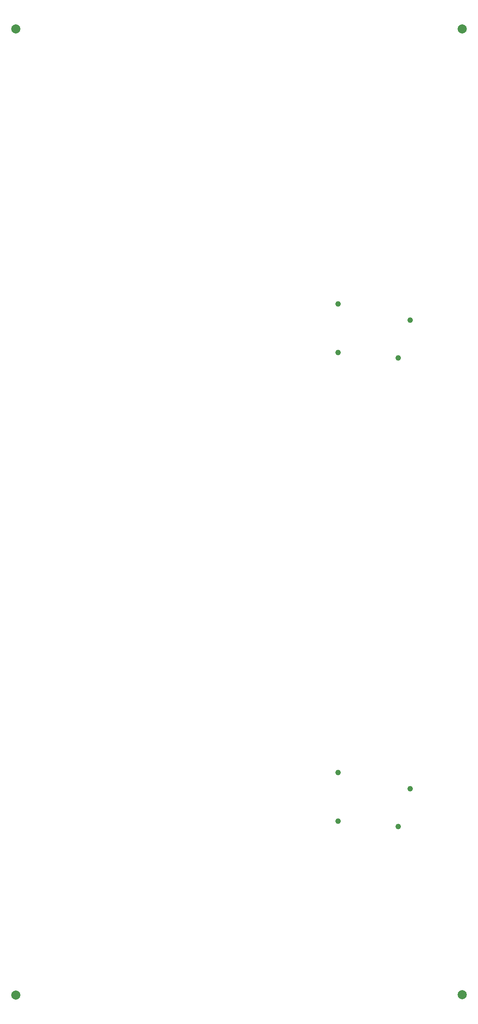
<source format=gbp>
G04 Layer_Color=128*
%FSLAX25Y25*%
%MOIN*%
G70*
G01*
G75*
G04:AMPARAMS|DCode=11|XSize=78.74mil|YSize=78.74mil|CornerRadius=39.37mil|HoleSize=0mil|Usage=FLASHONLY|Rotation=90.000|XOffset=0mil|YOffset=0mil|HoleType=Round|Shape=RoundedRectangle|*
%AMROUNDEDRECTD11*
21,1,0.07874,0.00000,0,0,90.0*
21,1,0.00000,0.07874,0,0,90.0*
1,1,0.07874,0.00000,0.00000*
1,1,0.07874,0.00000,0.00000*
1,1,0.07874,0.00000,0.00000*
1,1,0.07874,0.00000,0.00000*
%
%ADD11ROUNDEDRECTD11*%
G04:AMPARAMS|DCode=288|XSize=48mil|YSize=48mil|CornerRadius=24mil|HoleSize=0mil|Usage=FLASHONLY|Rotation=180.000|XOffset=0mil|YOffset=0mil|HoleType=Round|Shape=RoundedRectangle|*
%AMROUNDEDRECTD288*
21,1,0.04800,0.00000,0,0,180.0*
21,1,0.00000,0.04800,0,0,180.0*
1,1,0.04800,0.00000,0.00000*
1,1,0.04800,0.00000,0.00000*
1,1,0.04800,0.00000,0.00000*
1,1,0.04800,0.00000,0.00000*
%
%ADD288ROUNDEDRECTD288*%
G54D11*
X37894Y847974D02*
D03*
X423780D02*
D03*
Y13189D02*
D03*
X37894Y12894D02*
D03*
G54D288*
X378855Y191318D02*
D03*
X368394Y158394D02*
D03*
X316294Y163294D02*
D03*
X316594Y205294D02*
D03*
X378855Y596318D02*
D03*
X368394Y563394D02*
D03*
X316294Y568294D02*
D03*
X316594Y610294D02*
D03*
M02*

</source>
